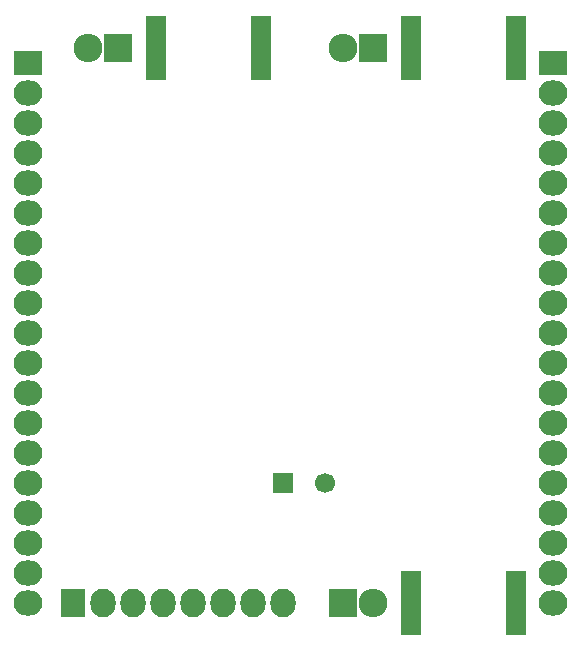
<source format=gbr>
G04 #@! TF.FileFunction,Soldermask,Bot*
%FSLAX46Y46*%
G04 Gerber Fmt 4.6, Leading zero omitted, Abs format (unit mm)*
G04 Created by KiCad (PCBNEW 4.0.3+e1-6302~38~ubuntu16.04.1-stable) date Fri Aug 26 17:17:46 2016*
%MOMM*%
%LPD*%
G01*
G04 APERTURE LIST*
%ADD10C,0.100000*%
%ADD11R,2.432000X2.127200*%
%ADD12O,2.432000X2.127200*%
%ADD13R,2.432000X2.432000*%
%ADD14O,2.432000X2.432000*%
%ADD15R,2.127200X2.432000*%
%ADD16O,2.127200X2.432000*%
%ADD17R,1.670000X5.480000*%
%ADD18C,1.700000*%
%ADD19R,1.700000X1.700000*%
G04 APERTURE END LIST*
D10*
D11*
X60960000Y-88900000D03*
D12*
X60960000Y-91440000D03*
X60960000Y-93980000D03*
X60960000Y-96520000D03*
X60960000Y-99060000D03*
X60960000Y-101600000D03*
X60960000Y-104140000D03*
X60960000Y-106680000D03*
X60960000Y-109220000D03*
X60960000Y-111760000D03*
X60960000Y-114300000D03*
X60960000Y-116840000D03*
X60960000Y-119380000D03*
X60960000Y-121920000D03*
X60960000Y-124460000D03*
X60960000Y-127000000D03*
X60960000Y-129540000D03*
X60960000Y-132080000D03*
X60960000Y-134620000D03*
D13*
X87630000Y-134620000D03*
D14*
X90170000Y-134620000D03*
D15*
X64770000Y-134620000D03*
D16*
X67310000Y-134620000D03*
X69850000Y-134620000D03*
X72390000Y-134620000D03*
X74930000Y-134620000D03*
X77470000Y-134620000D03*
X80010000Y-134620000D03*
X82550000Y-134620000D03*
D17*
X93345000Y-134620000D03*
X102235000Y-134620000D03*
D13*
X68580000Y-87630000D03*
D14*
X66040000Y-87630000D03*
D13*
X90170000Y-87630000D03*
D14*
X87630000Y-87630000D03*
D17*
X102235000Y-87630000D03*
X93345000Y-87630000D03*
X80645000Y-87630000D03*
X71755000Y-87630000D03*
D11*
X105410000Y-88900000D03*
D12*
X105410000Y-91440000D03*
X105410000Y-93980000D03*
X105410000Y-96520000D03*
X105410000Y-99060000D03*
X105410000Y-101600000D03*
X105410000Y-104140000D03*
X105410000Y-106680000D03*
X105410000Y-109220000D03*
X105410000Y-111760000D03*
X105410000Y-114300000D03*
X105410000Y-116840000D03*
X105410000Y-119380000D03*
X105410000Y-121920000D03*
X105410000Y-124460000D03*
X105410000Y-127000000D03*
X105410000Y-129540000D03*
X105410000Y-132080000D03*
X105410000Y-134620000D03*
D18*
X86050000Y-124460000D03*
D19*
X82550000Y-124460000D03*
M02*

</source>
